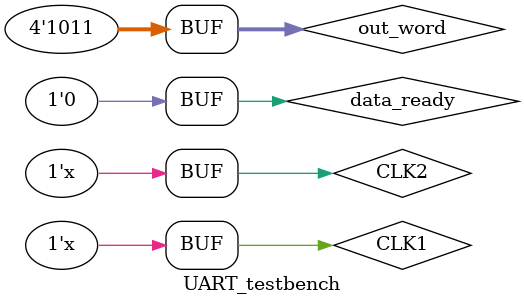
<source format=v>
module UART_testbench();
reg [3:0]out_word;
reg data_ready, CLK1, CLK2;
wire tx_flag, in_bit;
wire rx_flag, b_flag, p_flag;
wire [3:0]rx_word;

Processor_TX P1(out_word, data_ready, CLK1, tx_flag, in_bit);
Processor_RX P2(in_bit, CLK2, rx_flag, b_flag, p_flag, rx_word);

always #50 CLK1 = ~CLK1;
always #50 CLK2 = ~CLK2;

initial
begin
    out_word = 4'b1011;
    data_ready = 1;
    CLK1 <= 1;
    CLK2 <= 1;
    
    #(100 * 8) data_ready <= 0;
end

endmodule
</source>
